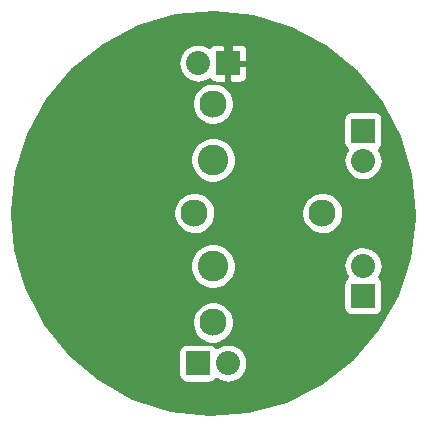
<source format=gtl>
%TF.GenerationSoftware,KiCad,Pcbnew,4.1.0-alpha+201609021633+7109~49~ubuntu16.04.1-product*%
%TF.CreationDate,2016-09-14T14:37:25+05:30*%
%TF.ProjectId,OTS2_encB,4F5453325F656E63422E6B696361645F,rev?*%
%TF.FileFunction,Copper,L1,Top,Signal*%
%FSLAX46Y46*%
G04 Gerber Fmt 4.6, Leading zero omitted, Abs format (unit mm)*
G04 Created by KiCad (PCBNEW 4.1.0-alpha+201609021633+7109~49~ubuntu16.04.1-product) date Wed Sep 14 14:37:25 2016*
%MOMM*%
%LPD*%
G01*
G04 APERTURE LIST*
%ADD10C,0.101600*%
%ADD11C,2.300000*%
%ADD12C,2.600000*%
%ADD13R,2.032000X2.032000*%
%ADD14O,2.032000X2.032000*%
%ADD15C,0.762000*%
%ADD16C,0.762000*%
%ADD17C,0.254000*%
G04 APERTURE END LIST*
D10*
D11*
X140035000Y-91440000D03*
D12*
X141605000Y-95940000D03*
D11*
X141605000Y-100700000D03*
D12*
X141605000Y-86940000D03*
D11*
X141605000Y-82180000D03*
X150865000Y-91440000D03*
D13*
X154305000Y-98425000D03*
D14*
X154305000Y-95885000D03*
D13*
X154305000Y-84455000D03*
D14*
X154305000Y-86995000D03*
D13*
X140335000Y-104140000D03*
D14*
X142875000Y-104140000D03*
D13*
X142875000Y-78740000D03*
D14*
X140335000Y-78740000D03*
D15*
X133985000Y-102235000D03*
X149860000Y-103505000D03*
X146050000Y-103505000D03*
D16*
X144653000Y-107315000D02*
X139065000Y-107315000D01*
X139065000Y-107315000D02*
X133985000Y-102235000D01*
X146050000Y-103505000D02*
X146050000Y-105918000D01*
X146050000Y-105918000D02*
X144653000Y-107315000D01*
X146050000Y-103505000D02*
X149860000Y-103505000D01*
X142875000Y-78740000D02*
X142875000Y-77216000D01*
X133985000Y-81661000D02*
X133985000Y-102235000D01*
X139446000Y-76200000D02*
X133985000Y-81661000D01*
X141859000Y-76200000D02*
X139446000Y-76200000D01*
X142875000Y-77216000D02*
X141859000Y-76200000D01*
D17*
G36*
X145032051Y-74744707D02*
X148209583Y-75728318D01*
X151135548Y-77310381D01*
X153698498Y-79430637D01*
X155800810Y-82008326D01*
X157362408Y-84945265D01*
X158323811Y-88129586D01*
X158648400Y-91440000D01*
X158641755Y-91915880D01*
X158224861Y-95215940D01*
X157174921Y-98372175D01*
X155531927Y-101264367D01*
X153358462Y-103782351D01*
X150737310Y-105830219D01*
X147768312Y-107329967D01*
X144564555Y-108224472D01*
X141248070Y-108479662D01*
X137945180Y-108085816D01*
X134781691Y-107057937D01*
X131878100Y-105435174D01*
X129345004Y-103279340D01*
X129221883Y-103124000D01*
X138680928Y-103124000D01*
X138680928Y-105156000D01*
X138693188Y-105280482D01*
X138729498Y-105400180D01*
X138788463Y-105510494D01*
X138867815Y-105607185D01*
X138964506Y-105686537D01*
X139074820Y-105745502D01*
X139194518Y-105781812D01*
X139319000Y-105794072D01*
X141351000Y-105794072D01*
X141475482Y-105781812D01*
X141595180Y-105745502D01*
X141705494Y-105686537D01*
X141802185Y-105607185D01*
X141881537Y-105510494D01*
X141900761Y-105474528D01*
X141951773Y-105516729D01*
X142235212Y-105669984D01*
X142543020Y-105765267D01*
X142863474Y-105798948D01*
X143184367Y-105769744D01*
X143493475Y-105678769D01*
X143779027Y-105529486D01*
X144030144Y-105327582D01*
X144237262Y-105080749D01*
X144392492Y-104798386D01*
X144489922Y-104491250D01*
X144525839Y-104171040D01*
X144526000Y-104147988D01*
X144526000Y-104132012D01*
X144494557Y-103811331D01*
X144401426Y-103502865D01*
X144250153Y-103218363D01*
X144046501Y-102968661D01*
X143798227Y-102763271D01*
X143514788Y-102610016D01*
X143206980Y-102514733D01*
X142886526Y-102481052D01*
X142565633Y-102510256D01*
X142256525Y-102601231D01*
X141970973Y-102750514D01*
X141901320Y-102806517D01*
X141881537Y-102769506D01*
X141802185Y-102672815D01*
X141705494Y-102593463D01*
X141595180Y-102534498D01*
X141475482Y-102498188D01*
X141351000Y-102485928D01*
X139319000Y-102485928D01*
X139194518Y-102498188D01*
X139074820Y-102534498D01*
X138964506Y-102593463D01*
X138867815Y-102672815D01*
X138788463Y-102769506D01*
X138729498Y-102879820D01*
X138693188Y-102999518D01*
X138680928Y-103124000D01*
X129221883Y-103124000D01*
X127419602Y-100850088D01*
X139817654Y-100850088D01*
X139880845Y-101194393D01*
X140009710Y-101519868D01*
X140199338Y-101814114D01*
X140442508Y-102065923D01*
X140729957Y-102265705D01*
X141050736Y-102405850D01*
X141392626Y-102481020D01*
X141742606Y-102488351D01*
X142087345Y-102427564D01*
X142413711Y-102300975D01*
X142709273Y-102113405D01*
X142962774Y-101871999D01*
X143164558Y-101585952D01*
X143306939Y-101266160D01*
X143384494Y-100924802D01*
X143390077Y-100524972D01*
X143322084Y-100181582D01*
X143188687Y-99857938D01*
X142994969Y-99566369D01*
X142748307Y-99317979D01*
X142458097Y-99122230D01*
X142135393Y-98986577D01*
X141792486Y-98916189D01*
X141442438Y-98913745D01*
X141098582Y-98979339D01*
X140774015Y-99110472D01*
X140481100Y-99302151D01*
X140230994Y-99547072D01*
X140033224Y-99835909D01*
X139895322Y-100157658D01*
X139822541Y-100500065D01*
X139817654Y-100850088D01*
X127419602Y-100850088D01*
X127278887Y-100672550D01*
X125758447Y-97714094D01*
X125296388Y-96102700D01*
X139667456Y-96102700D01*
X139735958Y-96475939D01*
X139875652Y-96828764D01*
X140081215Y-97147737D01*
X140344820Y-97420707D01*
X140656424Y-97637277D01*
X141004159Y-97789199D01*
X141374780Y-97870685D01*
X141754170Y-97878632D01*
X142127878Y-97812738D01*
X142481670Y-97675511D01*
X142802069Y-97472179D01*
X143076873Y-97210487D01*
X143295614Y-96900402D01*
X143449959Y-96553736D01*
X143534031Y-96183693D01*
X143538362Y-95873474D01*
X152646052Y-95873474D01*
X152675256Y-96194367D01*
X152766231Y-96503475D01*
X152915514Y-96789027D01*
X152971517Y-96858680D01*
X152934506Y-96878463D01*
X152837815Y-96957815D01*
X152758463Y-97054506D01*
X152699498Y-97164820D01*
X152663188Y-97284518D01*
X152650928Y-97409000D01*
X152650928Y-99441000D01*
X152663188Y-99565482D01*
X152699498Y-99685180D01*
X152758463Y-99795494D01*
X152837815Y-99892185D01*
X152934506Y-99971537D01*
X153044820Y-100030502D01*
X153164518Y-100066812D01*
X153289000Y-100079072D01*
X155321000Y-100079072D01*
X155445482Y-100066812D01*
X155565180Y-100030502D01*
X155675494Y-99971537D01*
X155772185Y-99892185D01*
X155851537Y-99795494D01*
X155910502Y-99685180D01*
X155946812Y-99565482D01*
X155959072Y-99441000D01*
X155959072Y-97409000D01*
X155946812Y-97284518D01*
X155910502Y-97164820D01*
X155851537Y-97054506D01*
X155772185Y-96957815D01*
X155675494Y-96878463D01*
X155639528Y-96859239D01*
X155681729Y-96808227D01*
X155834984Y-96524788D01*
X155930267Y-96216980D01*
X155963948Y-95896526D01*
X155934744Y-95575633D01*
X155843769Y-95266525D01*
X155694486Y-94980973D01*
X155492582Y-94729856D01*
X155245749Y-94522738D01*
X154963386Y-94367508D01*
X154656250Y-94270078D01*
X154336040Y-94234161D01*
X154312988Y-94234000D01*
X154297012Y-94234000D01*
X153976331Y-94265443D01*
X153667865Y-94358574D01*
X153383363Y-94509847D01*
X153133661Y-94713499D01*
X152928271Y-94961773D01*
X152775016Y-95245212D01*
X152679733Y-95553020D01*
X152646052Y-95873474D01*
X143538362Y-95873474D01*
X143540083Y-95750263D01*
X143466377Y-95378017D01*
X143321771Y-95027177D01*
X143111773Y-94711106D01*
X142844384Y-94441843D01*
X142529786Y-94229644D01*
X142179964Y-94082592D01*
X141808241Y-94006288D01*
X141428777Y-94003639D01*
X141056026Y-94074745D01*
X140704184Y-94216899D01*
X140386655Y-94424684D01*
X140115532Y-94690188D01*
X139901142Y-95003296D01*
X139751651Y-95352083D01*
X139672754Y-95723264D01*
X139667456Y-96102700D01*
X125296388Y-96102700D01*
X124841598Y-94516660D01*
X124595847Y-91590088D01*
X138247654Y-91590088D01*
X138310845Y-91934393D01*
X138439710Y-92259868D01*
X138629338Y-92554114D01*
X138872508Y-92805923D01*
X139159957Y-93005705D01*
X139480736Y-93145850D01*
X139822626Y-93221020D01*
X140172606Y-93228351D01*
X140517345Y-93167564D01*
X140843711Y-93040975D01*
X141139273Y-92853405D01*
X141392774Y-92611999D01*
X141594558Y-92325952D01*
X141736939Y-92006160D01*
X141814494Y-91664802D01*
X141815537Y-91590088D01*
X149077654Y-91590088D01*
X149140845Y-91934393D01*
X149269710Y-92259868D01*
X149459338Y-92554114D01*
X149702508Y-92805923D01*
X149989957Y-93005705D01*
X150310736Y-93145850D01*
X150652626Y-93221020D01*
X151002606Y-93228351D01*
X151347345Y-93167564D01*
X151673711Y-93040975D01*
X151969273Y-92853405D01*
X152222774Y-92611999D01*
X152424558Y-92325952D01*
X152566939Y-92006160D01*
X152644494Y-91664802D01*
X152650077Y-91264972D01*
X152582084Y-90921582D01*
X152448687Y-90597938D01*
X152254969Y-90306369D01*
X152008307Y-90057979D01*
X151718097Y-89862230D01*
X151395393Y-89726577D01*
X151052486Y-89656189D01*
X150702438Y-89653745D01*
X150358582Y-89719339D01*
X150034015Y-89850472D01*
X149741100Y-90042151D01*
X149490994Y-90287072D01*
X149293224Y-90575909D01*
X149155322Y-90897658D01*
X149082541Y-91240065D01*
X149077654Y-91590088D01*
X141815537Y-91590088D01*
X141820077Y-91264972D01*
X141752084Y-90921582D01*
X141618687Y-90597938D01*
X141424969Y-90306369D01*
X141178307Y-90057979D01*
X140888097Y-89862230D01*
X140565393Y-89726577D01*
X140222486Y-89656189D01*
X139872438Y-89653745D01*
X139528582Y-89719339D01*
X139204015Y-89850472D01*
X138911100Y-90042151D01*
X138660994Y-90287072D01*
X138463224Y-90575909D01*
X138325322Y-90897658D01*
X138252541Y-91240065D01*
X138247654Y-91590088D01*
X124595847Y-91590088D01*
X124563261Y-91202037D01*
X124934039Y-87896478D01*
X125185840Y-87102700D01*
X139667456Y-87102700D01*
X139735958Y-87475939D01*
X139875652Y-87828764D01*
X140081215Y-88147737D01*
X140344820Y-88420707D01*
X140656424Y-88637277D01*
X141004159Y-88789199D01*
X141374780Y-88870685D01*
X141754170Y-88878632D01*
X142127878Y-88812738D01*
X142481670Y-88675511D01*
X142802069Y-88472179D01*
X143076873Y-88210487D01*
X143295614Y-87900402D01*
X143449959Y-87553736D01*
X143534031Y-87183693D01*
X143536826Y-86983474D01*
X152646052Y-86983474D01*
X152675256Y-87304367D01*
X152766231Y-87613475D01*
X152915514Y-87899027D01*
X153117418Y-88150144D01*
X153364251Y-88357262D01*
X153646614Y-88512492D01*
X153953750Y-88609922D01*
X154273960Y-88645839D01*
X154297012Y-88646000D01*
X154312988Y-88646000D01*
X154633669Y-88614557D01*
X154942135Y-88521426D01*
X155226637Y-88370153D01*
X155476339Y-88166501D01*
X155681729Y-87918227D01*
X155834984Y-87634788D01*
X155930267Y-87326980D01*
X155963948Y-87006526D01*
X155934744Y-86685633D01*
X155843769Y-86376525D01*
X155694486Y-86090973D01*
X155638483Y-86021320D01*
X155675494Y-86001537D01*
X155772185Y-85922185D01*
X155851537Y-85825494D01*
X155910502Y-85715180D01*
X155946812Y-85595482D01*
X155959072Y-85471000D01*
X155959072Y-83439000D01*
X155946812Y-83314518D01*
X155910502Y-83194820D01*
X155851537Y-83084506D01*
X155772185Y-82987815D01*
X155675494Y-82908463D01*
X155565180Y-82849498D01*
X155445482Y-82813188D01*
X155321000Y-82800928D01*
X153289000Y-82800928D01*
X153164518Y-82813188D01*
X153044820Y-82849498D01*
X152934506Y-82908463D01*
X152837815Y-82987815D01*
X152758463Y-83084506D01*
X152699498Y-83194820D01*
X152663188Y-83314518D01*
X152650928Y-83439000D01*
X152650928Y-85471000D01*
X152663188Y-85595482D01*
X152699498Y-85715180D01*
X152758463Y-85825494D01*
X152837815Y-85922185D01*
X152934506Y-86001537D01*
X152970472Y-86020761D01*
X152928271Y-86071773D01*
X152775016Y-86355212D01*
X152679733Y-86663020D01*
X152646052Y-86983474D01*
X143536826Y-86983474D01*
X143540083Y-86750263D01*
X143466377Y-86378017D01*
X143321771Y-86027177D01*
X143111773Y-85711106D01*
X142844384Y-85441843D01*
X142529786Y-85229644D01*
X142179964Y-85082592D01*
X141808241Y-85006288D01*
X141428777Y-85003639D01*
X141056026Y-85074745D01*
X140704184Y-85216899D01*
X140386655Y-85424684D01*
X140115532Y-85690188D01*
X139901142Y-86003296D01*
X139751651Y-86352083D01*
X139672754Y-86723264D01*
X139667456Y-87102700D01*
X125185840Y-87102700D01*
X125939809Y-84725890D01*
X127256912Y-82330088D01*
X139817654Y-82330088D01*
X139880845Y-82674393D01*
X140009710Y-82999868D01*
X140199338Y-83294114D01*
X140442508Y-83545923D01*
X140729957Y-83745705D01*
X141050736Y-83885850D01*
X141392626Y-83961020D01*
X141742606Y-83968351D01*
X142087345Y-83907564D01*
X142413711Y-83780975D01*
X142709273Y-83593405D01*
X142962774Y-83351999D01*
X143164558Y-83065952D01*
X143306939Y-82746160D01*
X143384494Y-82404802D01*
X143390077Y-82004972D01*
X143322084Y-81661582D01*
X143188687Y-81337938D01*
X142994969Y-81046369D01*
X142748307Y-80797979D01*
X142458097Y-80602230D01*
X142135393Y-80466577D01*
X141792486Y-80396189D01*
X141442438Y-80393745D01*
X141098582Y-80459339D01*
X140774015Y-80590472D01*
X140481100Y-80782151D01*
X140230994Y-81027072D01*
X140033224Y-81315909D01*
X139895322Y-81637658D01*
X139822541Y-81980065D01*
X139817654Y-82330088D01*
X127256912Y-82330088D01*
X127542261Y-81811041D01*
X129680358Y-79262956D01*
X130340719Y-78732012D01*
X138684000Y-78732012D01*
X138684000Y-78747988D01*
X138715443Y-79068669D01*
X138808574Y-79377135D01*
X138959847Y-79661637D01*
X139163499Y-79911339D01*
X139411773Y-80116729D01*
X139695212Y-80269984D01*
X140003020Y-80365267D01*
X140323474Y-80398948D01*
X140644367Y-80369744D01*
X140953475Y-80278769D01*
X141239027Y-80129486D01*
X141307865Y-80074138D01*
X141365763Y-80160789D01*
X141454211Y-80249237D01*
X141558215Y-80318730D01*
X141673777Y-80366597D01*
X141796458Y-80391000D01*
X142589250Y-80391000D01*
X142748000Y-80232250D01*
X142748000Y-78867000D01*
X143002000Y-78867000D01*
X143002000Y-80232250D01*
X143160750Y-80391000D01*
X143953542Y-80391000D01*
X144076223Y-80366597D01*
X144191785Y-80318730D01*
X144295789Y-80249237D01*
X144384237Y-80160789D01*
X144453730Y-80056785D01*
X144501597Y-79941223D01*
X144526000Y-79818542D01*
X144526000Y-79025750D01*
X144367250Y-78867000D01*
X143002000Y-78867000D01*
X142748000Y-78867000D01*
X142728000Y-78867000D01*
X142728000Y-78613000D01*
X142748000Y-78613000D01*
X142748000Y-77247750D01*
X143002000Y-77247750D01*
X143002000Y-78613000D01*
X144367250Y-78613000D01*
X144526000Y-78454250D01*
X144526000Y-77661458D01*
X144501597Y-77538777D01*
X144453730Y-77423215D01*
X144384237Y-77319211D01*
X144295789Y-77230763D01*
X144191785Y-77161270D01*
X144076223Y-77113403D01*
X143953542Y-77089000D01*
X143160750Y-77089000D01*
X143002000Y-77247750D01*
X142748000Y-77247750D01*
X142589250Y-77089000D01*
X141796458Y-77089000D01*
X141673777Y-77113403D01*
X141558215Y-77161270D01*
X141454211Y-77230763D01*
X141365763Y-77319211D01*
X141308522Y-77404879D01*
X141258227Y-77363271D01*
X140974788Y-77210016D01*
X140666980Y-77114733D01*
X140346526Y-77081052D01*
X140025633Y-77110256D01*
X139716525Y-77201231D01*
X139430973Y-77350514D01*
X139179856Y-77552418D01*
X138972738Y-77799251D01*
X138817508Y-78081614D01*
X138720078Y-78388750D01*
X138684161Y-78708960D01*
X138684000Y-78732012D01*
X130340719Y-78732012D01*
X132272661Y-77178691D01*
X135220430Y-75637635D01*
X138411385Y-74698485D01*
X141723984Y-74397015D01*
X145032051Y-74744707D01*
X145032051Y-74744707D01*
G37*
X145032051Y-74744707D02*
X148209583Y-75728318D01*
X151135548Y-77310381D01*
X153698498Y-79430637D01*
X155800810Y-82008326D01*
X157362408Y-84945265D01*
X158323811Y-88129586D01*
X158648400Y-91440000D01*
X158641755Y-91915880D01*
X158224861Y-95215940D01*
X157174921Y-98372175D01*
X155531927Y-101264367D01*
X153358462Y-103782351D01*
X150737310Y-105830219D01*
X147768312Y-107329967D01*
X144564555Y-108224472D01*
X141248070Y-108479662D01*
X137945180Y-108085816D01*
X134781691Y-107057937D01*
X131878100Y-105435174D01*
X129345004Y-103279340D01*
X129221883Y-103124000D01*
X138680928Y-103124000D01*
X138680928Y-105156000D01*
X138693188Y-105280482D01*
X138729498Y-105400180D01*
X138788463Y-105510494D01*
X138867815Y-105607185D01*
X138964506Y-105686537D01*
X139074820Y-105745502D01*
X139194518Y-105781812D01*
X139319000Y-105794072D01*
X141351000Y-105794072D01*
X141475482Y-105781812D01*
X141595180Y-105745502D01*
X141705494Y-105686537D01*
X141802185Y-105607185D01*
X141881537Y-105510494D01*
X141900761Y-105474528D01*
X141951773Y-105516729D01*
X142235212Y-105669984D01*
X142543020Y-105765267D01*
X142863474Y-105798948D01*
X143184367Y-105769744D01*
X143493475Y-105678769D01*
X143779027Y-105529486D01*
X144030144Y-105327582D01*
X144237262Y-105080749D01*
X144392492Y-104798386D01*
X144489922Y-104491250D01*
X144525839Y-104171040D01*
X144526000Y-104147988D01*
X144526000Y-104132012D01*
X144494557Y-103811331D01*
X144401426Y-103502865D01*
X144250153Y-103218363D01*
X144046501Y-102968661D01*
X143798227Y-102763271D01*
X143514788Y-102610016D01*
X143206980Y-102514733D01*
X142886526Y-102481052D01*
X142565633Y-102510256D01*
X142256525Y-102601231D01*
X141970973Y-102750514D01*
X141901320Y-102806517D01*
X141881537Y-102769506D01*
X141802185Y-102672815D01*
X141705494Y-102593463D01*
X141595180Y-102534498D01*
X141475482Y-102498188D01*
X141351000Y-102485928D01*
X139319000Y-102485928D01*
X139194518Y-102498188D01*
X139074820Y-102534498D01*
X138964506Y-102593463D01*
X138867815Y-102672815D01*
X138788463Y-102769506D01*
X138729498Y-102879820D01*
X138693188Y-102999518D01*
X138680928Y-103124000D01*
X129221883Y-103124000D01*
X127419602Y-100850088D01*
X139817654Y-100850088D01*
X139880845Y-101194393D01*
X140009710Y-101519868D01*
X140199338Y-101814114D01*
X140442508Y-102065923D01*
X140729957Y-102265705D01*
X141050736Y-102405850D01*
X141392626Y-102481020D01*
X141742606Y-102488351D01*
X142087345Y-102427564D01*
X142413711Y-102300975D01*
X142709273Y-102113405D01*
X142962774Y-101871999D01*
X143164558Y-101585952D01*
X143306939Y-101266160D01*
X143384494Y-100924802D01*
X143390077Y-100524972D01*
X143322084Y-100181582D01*
X143188687Y-99857938D01*
X142994969Y-99566369D01*
X142748307Y-99317979D01*
X142458097Y-99122230D01*
X142135393Y-98986577D01*
X141792486Y-98916189D01*
X141442438Y-98913745D01*
X141098582Y-98979339D01*
X140774015Y-99110472D01*
X140481100Y-99302151D01*
X140230994Y-99547072D01*
X140033224Y-99835909D01*
X139895322Y-100157658D01*
X139822541Y-100500065D01*
X139817654Y-100850088D01*
X127419602Y-100850088D01*
X127278887Y-100672550D01*
X125758447Y-97714094D01*
X125296388Y-96102700D01*
X139667456Y-96102700D01*
X139735958Y-96475939D01*
X139875652Y-96828764D01*
X140081215Y-97147737D01*
X140344820Y-97420707D01*
X140656424Y-97637277D01*
X141004159Y-97789199D01*
X141374780Y-97870685D01*
X141754170Y-97878632D01*
X142127878Y-97812738D01*
X142481670Y-97675511D01*
X142802069Y-97472179D01*
X143076873Y-97210487D01*
X143295614Y-96900402D01*
X143449959Y-96553736D01*
X143534031Y-96183693D01*
X143538362Y-95873474D01*
X152646052Y-95873474D01*
X152675256Y-96194367D01*
X152766231Y-96503475D01*
X152915514Y-96789027D01*
X152971517Y-96858680D01*
X152934506Y-96878463D01*
X152837815Y-96957815D01*
X152758463Y-97054506D01*
X152699498Y-97164820D01*
X152663188Y-97284518D01*
X152650928Y-97409000D01*
X152650928Y-99441000D01*
X152663188Y-99565482D01*
X152699498Y-99685180D01*
X152758463Y-99795494D01*
X152837815Y-99892185D01*
X152934506Y-99971537D01*
X153044820Y-100030502D01*
X153164518Y-100066812D01*
X153289000Y-100079072D01*
X155321000Y-100079072D01*
X155445482Y-100066812D01*
X155565180Y-100030502D01*
X155675494Y-99971537D01*
X155772185Y-99892185D01*
X155851537Y-99795494D01*
X155910502Y-99685180D01*
X155946812Y-99565482D01*
X155959072Y-99441000D01*
X155959072Y-97409000D01*
X155946812Y-97284518D01*
X155910502Y-97164820D01*
X155851537Y-97054506D01*
X155772185Y-96957815D01*
X155675494Y-96878463D01*
X155639528Y-96859239D01*
X155681729Y-96808227D01*
X155834984Y-96524788D01*
X155930267Y-96216980D01*
X155963948Y-95896526D01*
X155934744Y-95575633D01*
X155843769Y-95266525D01*
X155694486Y-94980973D01*
X155492582Y-94729856D01*
X155245749Y-94522738D01*
X154963386Y-94367508D01*
X154656250Y-94270078D01*
X154336040Y-94234161D01*
X154312988Y-94234000D01*
X154297012Y-94234000D01*
X153976331Y-94265443D01*
X153667865Y-94358574D01*
X153383363Y-94509847D01*
X153133661Y-94713499D01*
X152928271Y-94961773D01*
X152775016Y-95245212D01*
X152679733Y-95553020D01*
X152646052Y-95873474D01*
X143538362Y-95873474D01*
X143540083Y-95750263D01*
X143466377Y-95378017D01*
X143321771Y-95027177D01*
X143111773Y-94711106D01*
X142844384Y-94441843D01*
X142529786Y-94229644D01*
X142179964Y-94082592D01*
X141808241Y-94006288D01*
X141428777Y-94003639D01*
X141056026Y-94074745D01*
X140704184Y-94216899D01*
X140386655Y-94424684D01*
X140115532Y-94690188D01*
X139901142Y-95003296D01*
X139751651Y-95352083D01*
X139672754Y-95723264D01*
X139667456Y-96102700D01*
X125296388Y-96102700D01*
X124841598Y-94516660D01*
X124595847Y-91590088D01*
X138247654Y-91590088D01*
X138310845Y-91934393D01*
X138439710Y-92259868D01*
X138629338Y-92554114D01*
X138872508Y-92805923D01*
X139159957Y-93005705D01*
X139480736Y-93145850D01*
X139822626Y-93221020D01*
X140172606Y-93228351D01*
X140517345Y-93167564D01*
X140843711Y-93040975D01*
X141139273Y-92853405D01*
X141392774Y-92611999D01*
X141594558Y-92325952D01*
X141736939Y-92006160D01*
X141814494Y-91664802D01*
X141815537Y-91590088D01*
X149077654Y-91590088D01*
X149140845Y-91934393D01*
X149269710Y-92259868D01*
X149459338Y-92554114D01*
X149702508Y-92805923D01*
X149989957Y-93005705D01*
X150310736Y-93145850D01*
X150652626Y-93221020D01*
X151002606Y-93228351D01*
X151347345Y-93167564D01*
X151673711Y-93040975D01*
X151969273Y-92853405D01*
X152222774Y-92611999D01*
X152424558Y-92325952D01*
X152566939Y-92006160D01*
X152644494Y-91664802D01*
X152650077Y-91264972D01*
X152582084Y-90921582D01*
X152448687Y-90597938D01*
X152254969Y-90306369D01*
X152008307Y-90057979D01*
X151718097Y-89862230D01*
X151395393Y-89726577D01*
X151052486Y-89656189D01*
X150702438Y-89653745D01*
X150358582Y-89719339D01*
X150034015Y-89850472D01*
X149741100Y-90042151D01*
X149490994Y-90287072D01*
X149293224Y-90575909D01*
X149155322Y-90897658D01*
X149082541Y-91240065D01*
X149077654Y-91590088D01*
X141815537Y-91590088D01*
X141820077Y-91264972D01*
X141752084Y-90921582D01*
X141618687Y-90597938D01*
X141424969Y-90306369D01*
X141178307Y-90057979D01*
X140888097Y-89862230D01*
X140565393Y-89726577D01*
X140222486Y-89656189D01*
X139872438Y-89653745D01*
X139528582Y-89719339D01*
X139204015Y-89850472D01*
X138911100Y-90042151D01*
X138660994Y-90287072D01*
X138463224Y-90575909D01*
X138325322Y-90897658D01*
X138252541Y-91240065D01*
X138247654Y-91590088D01*
X124595847Y-91590088D01*
X124563261Y-91202037D01*
X124934039Y-87896478D01*
X125185840Y-87102700D01*
X139667456Y-87102700D01*
X139735958Y-87475939D01*
X139875652Y-87828764D01*
X140081215Y-88147737D01*
X140344820Y-88420707D01*
X140656424Y-88637277D01*
X141004159Y-88789199D01*
X141374780Y-88870685D01*
X141754170Y-88878632D01*
X142127878Y-88812738D01*
X142481670Y-88675511D01*
X142802069Y-88472179D01*
X143076873Y-88210487D01*
X143295614Y-87900402D01*
X143449959Y-87553736D01*
X143534031Y-87183693D01*
X143536826Y-86983474D01*
X152646052Y-86983474D01*
X152675256Y-87304367D01*
X152766231Y-87613475D01*
X152915514Y-87899027D01*
X153117418Y-88150144D01*
X153364251Y-88357262D01*
X153646614Y-88512492D01*
X153953750Y-88609922D01*
X154273960Y-88645839D01*
X154297012Y-88646000D01*
X154312988Y-88646000D01*
X154633669Y-88614557D01*
X154942135Y-88521426D01*
X155226637Y-88370153D01*
X155476339Y-88166501D01*
X155681729Y-87918227D01*
X155834984Y-87634788D01*
X155930267Y-87326980D01*
X155963948Y-87006526D01*
X155934744Y-86685633D01*
X155843769Y-86376525D01*
X155694486Y-86090973D01*
X155638483Y-86021320D01*
X155675494Y-86001537D01*
X155772185Y-85922185D01*
X155851537Y-85825494D01*
X155910502Y-85715180D01*
X155946812Y-85595482D01*
X155959072Y-85471000D01*
X155959072Y-83439000D01*
X155946812Y-83314518D01*
X155910502Y-83194820D01*
X155851537Y-83084506D01*
X155772185Y-82987815D01*
X155675494Y-82908463D01*
X155565180Y-82849498D01*
X155445482Y-82813188D01*
X155321000Y-82800928D01*
X153289000Y-82800928D01*
X153164518Y-82813188D01*
X153044820Y-82849498D01*
X152934506Y-82908463D01*
X152837815Y-82987815D01*
X152758463Y-83084506D01*
X152699498Y-83194820D01*
X152663188Y-83314518D01*
X152650928Y-83439000D01*
X152650928Y-85471000D01*
X152663188Y-85595482D01*
X152699498Y-85715180D01*
X152758463Y-85825494D01*
X152837815Y-85922185D01*
X152934506Y-86001537D01*
X152970472Y-86020761D01*
X152928271Y-86071773D01*
X152775016Y-86355212D01*
X152679733Y-86663020D01*
X152646052Y-86983474D01*
X143536826Y-86983474D01*
X143540083Y-86750263D01*
X143466377Y-86378017D01*
X143321771Y-86027177D01*
X143111773Y-85711106D01*
X142844384Y-85441843D01*
X142529786Y-85229644D01*
X142179964Y-85082592D01*
X141808241Y-85006288D01*
X141428777Y-85003639D01*
X141056026Y-85074745D01*
X140704184Y-85216899D01*
X140386655Y-85424684D01*
X140115532Y-85690188D01*
X139901142Y-86003296D01*
X139751651Y-86352083D01*
X139672754Y-86723264D01*
X139667456Y-87102700D01*
X125185840Y-87102700D01*
X125939809Y-84725890D01*
X127256912Y-82330088D01*
X139817654Y-82330088D01*
X139880845Y-82674393D01*
X140009710Y-82999868D01*
X140199338Y-83294114D01*
X140442508Y-83545923D01*
X140729957Y-83745705D01*
X141050736Y-83885850D01*
X141392626Y-83961020D01*
X141742606Y-83968351D01*
X142087345Y-83907564D01*
X142413711Y-83780975D01*
X142709273Y-83593405D01*
X142962774Y-83351999D01*
X143164558Y-83065952D01*
X143306939Y-82746160D01*
X143384494Y-82404802D01*
X143390077Y-82004972D01*
X143322084Y-81661582D01*
X143188687Y-81337938D01*
X142994969Y-81046369D01*
X142748307Y-80797979D01*
X142458097Y-80602230D01*
X142135393Y-80466577D01*
X141792486Y-80396189D01*
X141442438Y-80393745D01*
X141098582Y-80459339D01*
X140774015Y-80590472D01*
X140481100Y-80782151D01*
X140230994Y-81027072D01*
X140033224Y-81315909D01*
X139895322Y-81637658D01*
X139822541Y-81980065D01*
X139817654Y-82330088D01*
X127256912Y-82330088D01*
X127542261Y-81811041D01*
X129680358Y-79262956D01*
X130340719Y-78732012D01*
X138684000Y-78732012D01*
X138684000Y-78747988D01*
X138715443Y-79068669D01*
X138808574Y-79377135D01*
X138959847Y-79661637D01*
X139163499Y-79911339D01*
X139411773Y-80116729D01*
X139695212Y-80269984D01*
X140003020Y-80365267D01*
X140323474Y-80398948D01*
X140644367Y-80369744D01*
X140953475Y-80278769D01*
X141239027Y-80129486D01*
X141307865Y-80074138D01*
X141365763Y-80160789D01*
X141454211Y-80249237D01*
X141558215Y-80318730D01*
X141673777Y-80366597D01*
X141796458Y-80391000D01*
X142589250Y-80391000D01*
X142748000Y-80232250D01*
X142748000Y-78867000D01*
X143002000Y-78867000D01*
X143002000Y-80232250D01*
X143160750Y-80391000D01*
X143953542Y-80391000D01*
X144076223Y-80366597D01*
X144191785Y-80318730D01*
X144295789Y-80249237D01*
X144384237Y-80160789D01*
X144453730Y-80056785D01*
X144501597Y-79941223D01*
X144526000Y-79818542D01*
X144526000Y-79025750D01*
X144367250Y-78867000D01*
X143002000Y-78867000D01*
X142748000Y-78867000D01*
X142728000Y-78867000D01*
X142728000Y-78613000D01*
X142748000Y-78613000D01*
X142748000Y-77247750D01*
X143002000Y-77247750D01*
X143002000Y-78613000D01*
X144367250Y-78613000D01*
X144526000Y-78454250D01*
X144526000Y-77661458D01*
X144501597Y-77538777D01*
X144453730Y-77423215D01*
X144384237Y-77319211D01*
X144295789Y-77230763D01*
X144191785Y-77161270D01*
X144076223Y-77113403D01*
X143953542Y-77089000D01*
X143160750Y-77089000D01*
X143002000Y-77247750D01*
X142748000Y-77247750D01*
X142589250Y-77089000D01*
X141796458Y-77089000D01*
X141673777Y-77113403D01*
X141558215Y-77161270D01*
X141454211Y-77230763D01*
X141365763Y-77319211D01*
X141308522Y-77404879D01*
X141258227Y-77363271D01*
X140974788Y-77210016D01*
X140666980Y-77114733D01*
X140346526Y-77081052D01*
X140025633Y-77110256D01*
X139716525Y-77201231D01*
X139430973Y-77350514D01*
X139179856Y-77552418D01*
X138972738Y-77799251D01*
X138817508Y-78081614D01*
X138720078Y-78388750D01*
X138684161Y-78708960D01*
X138684000Y-78732012D01*
X130340719Y-78732012D01*
X132272661Y-77178691D01*
X135220430Y-75637635D01*
X138411385Y-74698485D01*
X141723984Y-74397015D01*
X145032051Y-74744707D01*
M02*

</source>
